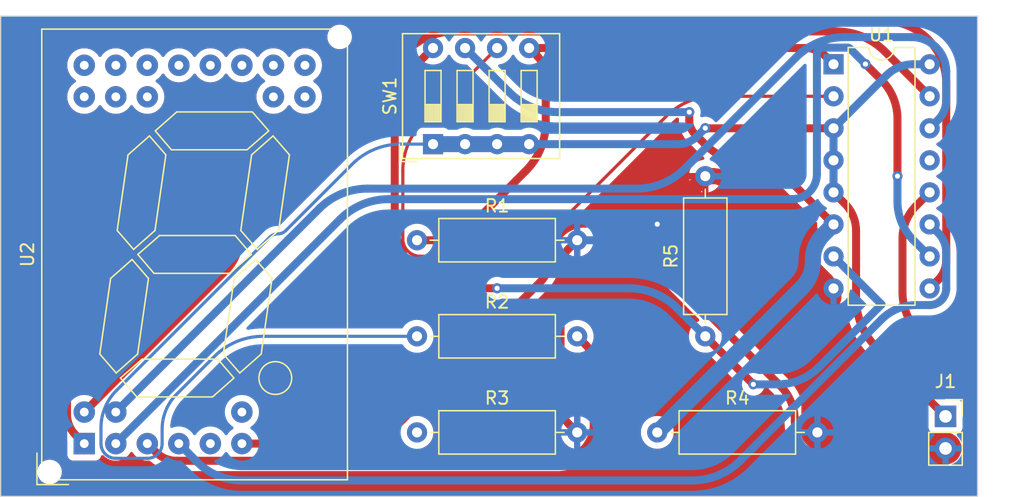
<source format=kicad_pcb>
(kicad_pcb (version 20221018) (generator pcbnew)
  (layers (0 "F.Cu" signal) (31 "B.Cu" signal) (34 "B.Paste" user) (35 "F.Paste" user) (36 "B.SilkS" user "B.Silkscreen") (37 "F.SilkS" user "F.Silkscreen") (38 "B.Mask" user) (39 "F.Mask" user) (44 "Edge.Cuts" user))
  (net 0 "")
  (net 1 "+5V")
  (net 2 "GND")
  (net 3 "Net-(U1-B)")
  (net 4 "Net-(R2-Pad2)")
  (net 5 "Net-(U1-C)")
  (net 6 "Net-(U1-D)")
  (net 7 "Net-(U1-A)")
  (net 8 "Net-(U1-e)")
  (net 9 "Net-(U1-d)")
  (net 10 "Net-(U1-c)")
  (net 11 "Net-(U1-b)")
  (net 12 "Net-(U1-a)")
  (net 13 "Net-(U1-g)")
  (net 14 "Net-(U1-f)")
  (footprint "Display_7Segment:AD-121F2" (layer "F.Cu") (at 108.2325 120.2675 90)
    (fp_text reference "U2" (at 15 -4.5 90) (layer "F.SilkS"))
    (fp_text value "D168K")
    (fp_line (start -3.25 -3.75) (end -0.75 -3.75) (stroke (width 0.12)) (layer "F.SilkS"))
    (fp_line (start -3.25 -1.25) (end -3.25 -3.75) (stroke (width 0.12)) (layer "F.SilkS"))
    (fp_line (start -2.87 20.87) (end -2.87 -2.05) (stroke (width 0.12)) (layer "F.SilkS"))
    (fp_line (start -1.55 -3.37) (end 32.87 -3.37) (stroke (width 0.12)) (layer "F.SilkS"))
    (fp_line (start 3.7 4.17) (end 5.2 2.87) (stroke (width 0.12)) (layer "F.SilkS"))
    (fp_line (start 3.7 10.17) (end 3.7 4.17) (stroke (width 0.12)) (layer "F.SilkS"))
    (fp_line (start 5.2 2.87) (end 5.2 2.87) (stroke (width 0.12)) (layer "F.SilkS"))
    (fp_line (start 5.2 2.87) (end 6.7 4.59) (stroke (width 0.12)) (layer "F.SilkS"))
    (fp_line (start 5.2 11.87) (end 3.7 10.17) (stroke (width 0.12)) (layer "F.SilkS"))
    (fp_line (start 5.6 2.53) (end 5.6 2.53) (stroke (width 0.12)) (layer "F.SilkS"))
    (fp_line (start 5.6 2.53) (end 7.1 4.23) (stroke (width 0.12)) (layer "F.SilkS"))
    (fp_line (start 5.6 12.33) (end 5.6 12.33) (stroke (width 0.12)) (layer "F.SilkS"))
    (fp_line (start 5.6 12.33) (end 7.1 14.03) (stroke (width 0.12)) (layer "F.SilkS"))
    (fp_line (start 6.7 4.59) (end 6.7 10.59) (stroke (width 0.12)) (layer "F.SilkS"))
    (fp_line (start 6.7 10.59) (end 5.2 11.87) (stroke (width 0.12)) (layer "F.SilkS"))
    (fp_line (start 7.1 1.23) (end 5.6 2.53) (stroke (width 0.12)) (layer "F.SilkS"))
    (fp_line (start 7.1 4.23) (end 13.1 5.09) (stroke (width 0.12)) (layer "F.SilkS"))
    (fp_line (start 7.1 11.03) (end 5.6 12.33) (stroke (width 0.12)) (layer "F.SilkS"))
    (fp_line (start 7.1 14.03) (end 13.1 14.89) (stroke (width 0.12)) (layer "F.SilkS"))
    (fp_line (start 13.1 2.09) (end 7.1 1.23) (stroke (width 0.12)) (layer "F.SilkS"))
    (fp_line (start 13.1 5.09) (end 14.6 3.79) (stroke (width 0.12)) (layer "F.SilkS"))
    (fp_line (start 13.1 11.89) (end 7.1 11.03) (stroke (width 0.12)) (layer "F.SilkS"))
    (fp_line (start 13.1 14.89) (end 14.6 13.59) (stroke (width 0.12)) (layer "F.SilkS"))
    (fp_line (start 13.5 5.53) (end 15 4.25) (stroke (width 0.12)) (layer "F.SilkS"))
    (fp_line (start 13.5 11.53) (end 13.5 5.53) (stroke (width 0.12)) (layer "F.SilkS"))
    (fp_line (start 14.6 3.79) (end 13.1 2.09) (stroke (width 0.12)) (layer "F.SilkS"))
    (fp_line (start 14.6 13.59) (end 13.1 11.89) (stroke (width 0.12)) (layer "F.SilkS"))
    (fp_line (start 15 4.25) (end 15 4.25) (stroke (width 0.12)) (layer "F.SilkS"))
    (fp_line (start 15 4.25) (end 16.5 5.97) (stroke (width 0.12)) (layer "F.SilkS"))
    (fp_line (start 15 13.25) (end 13.5 11.53) (stroke (width 0.12)) (layer "F.SilkS"))
    (fp_line (start 15.4 3.91) (end 15.4 3.91) (stroke (width 0.12)) (layer "F.SilkS"))
    (fp_line (start 15.4 3.91) (end 16.9 5.61) (stroke (width 0.12)) (layer "F.SilkS"))
    (fp_line (start 15.4 13.71) (end 15.4 13.71) (stroke (width 0.12)) (layer "F.SilkS"))
    (fp_line (start 15.4 13.71) (end 16.9 15.41) (stroke (width 0.12)) (layer "F.SilkS"))
    (fp_line (start 16.5 5.97) (end 16.5 11.97) (stroke (width 0.12)) (layer "F.SilkS"))
    (fp_line (start 16.5 11.97) (end 15 13.25) (stroke (width 0.12)) (layer "F.SilkS"))
    (fp_line (start 16.9 2.61) (end 15.4 3.91) (stroke (width 0.12)) (layer "F.SilkS"))
    (fp_line (start 16.9 5.61) (end 22.9 6.47) (stroke (width 0.12)) (layer "F.SilkS"))
    (fp_line (start 16.9 12.41) (end 15.4 13.71) (stroke (width 0.12)) (layer "F.SilkS"))
    (fp_line (start 16.9 15.41) (end 22.9 16.27) (stroke (width 0.12)) (layer "F.SilkS"))
    (fp_line (start 22.9 3.47) (end 16.9 2.61) (stroke (width 0.12)) (layer "F.SilkS"))
    (fp_line (start 22.9 6.47) (end 24.4 5.17) (stroke (width 0.12)) (layer "F.SilkS"))
    (fp_line (start 22.9 13.27) (end 16.9 12.41) (stroke (width 0.12)) (layer "F.SilkS"))
    (fp_line (start 22.9 16.27) (end 24.4 14.97) (stroke (width 0.12)) (layer "F.SilkS"))
    (fp_line (start 23.3 6.91) (end 24.8 5.63) (stroke (width 0.12)) (layer "F.SilkS"))
    (fp_line (start 23.3 12.91) (end 23.3 6.91) (stroke (width 0.12)) (layer "F.SilkS"))
    (fp_line (start 24.4 5.17) (end 22.9 3.47) (stroke (width 0.12)) (layer "F.SilkS"))
    (fp_line (start 24.4 14.97) (end 22.9 13.27) (stroke (width 0.12)) (layer "F.SilkS"))
    (fp_line (start 24.8 5.63) (end 24.8 5.63) (stroke (width 0.12)) (layer "F.SilkS"))
    (fp_line (start 24.8 5.63) (end 26.3 7.33) (stroke (width 0.12)) (layer "F.SilkS"))
    (fp_line (start 24.8 14.63) (end 23.3 12.91) (stroke (width 0.12)) (layer "F.SilkS"))
    (fp_line (start 26.3 7.33) (end 26.3 13.33) (stroke (width 0.12)) (layer "F.SilkS"))
    (fp_line (start 26.3 13.33) (end 24.8 14.63) (stroke (width 0.12)) (layer "F.SilkS"))
    (fp_line (start 31.55 20.87) (end -2.87 20.87) (stroke (width 0.12)) (layer "F.SilkS"))
    (fp_line (start 32.87 -3.37) (end 32.87 19.55) (stroke (width 0.12)) (layer "F.SilkS"))
    (fp_circle (center 5.2 15.15) (end 6.5 15.15) (stroke (width 0.12)) (fill none) (layer "F.SilkS"))
    (pad "" np_thru_hole circle (at -2.25 -2.75 90) (size 1.45 1.45) (drill 1.45) (layers "*.Cu" "*.Mask"))
    (pad "" np_thru_hole circle (at 32.25 20.25 90) (size 1.45 1.45) (drill 1.45) (layers "*.Cu" "*.Mask"))
    (pad "1" thru_hole rect (at 0 0 90) (size 1.7 1.7) (drill 0.7) (layers "*.Cu" "*.Mask") (net 8 "Net-(U1-e)"))
    (pad "2" thru_hole circle (at 0 2.5 90) (size 1.7 1.7) (drill 0.7) (layers "*.Cu" "*.Mask") (net 9 "Net-(U1-d)"))
    (pad "3" thru_hole circle (at 0 5 90) (size 1.7 1.7) (drill 0.7) (layers "*.Cu" "*.Mask") (net 4 "Net-(R2-Pad2)"))
    (pad "4" thru_hole circle (at 0 7.5 90) (size 1.7 1.7) (drill 0.7) (layers "*.Cu" "*.Mask") (net 10 "Net-(U1-c)"))
    (pad "5" thru_hole circle (at 0 10 90) (size 1.7 1.7) (drill 0.7) (layers "*.Cu" "*.Mask"))
    (pad "6" thru_hole circle (at 0 12.5 90) (size 1.7 1.7) (drill 0.7) (layers "*.Cu" "*.Mask") (net 11 "Net-(U1-b)"))
    (pad "9" thru_hole circle (at 2.5 0 90) (size 1.7 1.7) (drill 0.7) (layers "*.Cu" "*.Mask") (net 14 "Net-(U1-f)"))
    (pad "10" thru_hole circle (at 2.5 2.5 90) (size 1.7 1.7) (drill 0.7) (layers "*.Cu" "*.Mask") (net 13 "Net-(U1-g)"))
    (pad "11" thru_hole circle (at 2.5 12.5 90) (size 1.7 1.7) (drill 0.7) (layers "*.Cu" "*.Mask"))
    (pad "13" thru_hole circle (at 27.5 0 90) (size 1.7 1.7) (drill 0.7) (layers "*.Cu" "*.Mask"))
    (pad "14" thru_hole circle (at 27.5 2.5 90) (size 1.7 1.7) (drill 0.7) (layers "*.Cu" "*.Mask"))
    (pad "15" thru_hole circle (at 27.5 5 90) (size 1.7 1.7) (drill 0.7) (layers "*.Cu" "*.Mask"))
    (pad "16" thru_hole circle (at 27.5 15 90) (size 1.7 1.7) (drill 0.7) (layers "*.Cu" "*.Mask"))
    (pad "17" thru_hole circle (at 27.5 17.5 90) (size 1.7 1.7) (drill 0.7) (layers "*.Cu" "*.Mask"))
    (pad "18" thru_hole circle (at 30 0 90) (size 1.7 1.7) (drill 0.7) (layers "*.Cu" "*.Mask"))
    (pad "19" thru_hole circle (at 30 2.5 90) (size 1.7 1.7) (drill 0.7) (layers "*.Cu" "*.Mask"))
    (pad "20" thru_hole circle (at 30 5 90) (size 1.7 1.7) (drill 0.7) (layers "*.Cu" "*.Mask"))
    (pad "21" thru_hole circle (at 30 7.5 90) (size 1.7 1.7) (drill 0.7) (layers "*.Cu" "*.Mask"))
    (pad "22" thru_hole circle (at 30 10 90) (size 1.7 1.7) (drill 0.7) (layers "*.Cu" "*.Mask"))
    (pad "23" thru_hole circle (at 30 12.5 90) (size 1.7 1.7) (drill 0.7) (layers "*.Cu" "*.Mask"))
    (pad "24" thru_hole circle (at 30 15 90) (size 1.7 1.7) (drill 0.7) (layers "*.Cu" "*.Mask"))
    (pad "25" thru_hole circle (at 30 17.5 90) (size 1.7 1.7) (drill 0.7) (layers "*.Cu" "*.Mask"))
  )
  (footprint "Resistor_THT:R_Axial_DIN0309_L9.0mm_D3.2mm_P12.70mm_Horizontal" (layer "F.Cu") (at 157.48 111.76 90)
    (fp_text reference "R5" (at 6.35 -2.72 90) (layer "F.SilkS"))
    (fp_text value "R")
    (fp_line (start 1.04 0) (end 1.73 0) (stroke (width 0.12)) (layer "F.SilkS"))
    (fp_line (start 1.73 -1.72) (end 1.73 1.72) (stroke (width 0.12)) (layer "F.SilkS"))
    (fp_line (start 1.73 1.72) (end 10.97 1.72) (stroke (width 0.12)) (layer "F.SilkS"))
    (fp_line (start 10.97 -1.72) (end 1.73 -1.72) (stroke (width 0.12)) (layer "F.SilkS"))
    (fp_line (start 10.97 1.72) (end 10.97 -1.72) (stroke (width 0.12)) (layer "F.SilkS"))
    (fp_line (start 11.66 0) (end 10.97 0) (stroke (width 0.12)) (layer "F.SilkS"))
    (pad "1" thru_hole circle (at 0 0 90) (size 1.6 1.6) (drill 0.8) (layers "*.Cu" "*.Mask") (net 7 "Net-(U1-A)"))
    (pad "2" thru_hole oval (at 12.7 0 90) (size 1.6 1.6) (drill 0.8) (layers "*.Cu" "*.Mask") (net 2 "GND"))
  )
  (footprint "Package_DIP:DIP-16_W7.62mm" (layer "F.Cu") (at 167.65 90.185)
    (fp_text reference "U1" (at 3.81 -2.33) (layer "F.SilkS"))
    (fp_text value "74LS47")
    (fp_line (start 1.16 -1.33) (end 1.16 19.11) (stroke (width 0.12)) (layer "F.SilkS"))
    (fp_line (start 1.16 19.11) (end 6.46 19.11) (stroke (width 0.12)) (layer "F.SilkS"))
    (fp_line (start 2.81 -1.33) (end 1.16 -1.33) (stroke (width 0.12)) (layer "F.SilkS"))
    (fp_line (start 6.46 -1.33) (end 4.81 -1.33) (stroke (width 0.12)) (layer "F.SilkS"))
    (fp_line (start 6.46 19.11) (end 6.46 -1.33) (stroke (width 0.12)) (layer "F.SilkS"))
    (fp_arc (start 4.81 -1.33) (mid 3.81 -0.33) (end 2.81 -1.33) (stroke (width 0.12)) (layer "F.SilkS"))
    (pad "1" thru_hole rect (at 0 0) (size 1.6 1.6) (drill 0.8) (layers "*.Cu" "*.Mask") (net 3 "Net-(U1-B)"))
    (pad "2" thru_hole oval (at 0 2.54) (size 1.6 1.6) (drill 0.8) (layers "*.Cu" "*.Mask") (net 5 "Net-(U1-C)"))
    (pad "3" thru_hole oval (at 0 5.08) (size 1.6 1.6) (drill 0.8) (layers "*.Cu" "*.Mask") (net 1 "+5V"))
    (pad "4" thru_hole oval (at 0 7.62) (size 1.6 1.6) (drill 0.8) (layers "*.Cu" "*.Mask") (net 1 "+5V"))
    (pad "5" thru_hole oval (at 0 10.16) (size 1.6 1.6) (drill 0.8) (layers "*.Cu" "*.Mask") (net 1 "+5V"))
    (pad "6" thru_hole oval (at 0 12.7) (size 1.6 1.6) (drill 0.8) (layers "*.Cu" "*.Mask") (net 6 "Net-(U1-D)"))
    (pad "7" thru_hole oval (at 0 15.24) (size 1.6 1.6) (drill 0.8) (layers "*.Cu" "*.Mask") (net 7 "Net-(U1-A)"))
    (pad "8" thru_hole oval (at 0 17.78) (size 1.6 1.6) (drill 0.8) (layers "*.Cu" "*.Mask") (net 2 "GND"))
    (pad "9" thru_hole oval (at 7.62 17.78) (size 1.6 1.6) (drill 0.8) (layers "*.Cu" "*.Mask") (net 8 "Net-(U1-e)"))
    (pad "10" thru_hole oval (at 7.62 15.24) (size 1.6 1.6) (drill 0.8) (layers "*.Cu" "*.Mask") (net 9 "Net-(U1-d)"))
    (pad "11" thru_hole oval (at 7.62 12.7) (size 1.6 1.6) (drill 0.8) (layers "*.Cu" "*.Mask") (net 10 "Net-(U1-c)"))
    (pad "12" thru_hole oval (at 7.62 10.16) (size 1.6 1.6) (drill 0.8) (layers "*.Cu" "*.Mask") (net 11 "Net-(U1-b)"))
    (pad "13" thru_hole oval (at 7.62 7.62) (size 1.6 1.6) (drill 0.8) (layers "*.Cu" "*.Mask") (net 12 "Net-(U1-a)"))
    (pad "14" thru_hole oval (at 7.62 5.08) (size 1.6 1.6) (drill 0.8) (layers "*.Cu" "*.Mask") (net 13 "Net-(U1-g)"))
    (pad "15" thru_hole oval (at 7.62 2.54) (size 1.6 1.6) (drill 0.8) (layers "*.Cu" "*.Mask") (net 14 "Net-(U1-f)"))
    (pad "16" thru_hole oval (at 7.62 0) (size 1.6 1.6) (drill 0.8) (layers "*.Cu" "*.Mask") (net 1 "+5V"))
  )
  (footprint "Resistor_THT:R_Axial_DIN0309_L9.0mm_D3.2mm_P12.70mm_Horizontal" (layer "F.Cu") (at 134.62 104.14)
    (fp_text reference "R1" (at 6.35 -2.72) (layer "F.SilkS"))
    (fp_text value "R")
    (fp_line (start 1.04 0) (end 1.73 0) (stroke (width 0.12)) (layer "F.SilkS"))
    (fp_line (start 1.73 -1.72) (end 1.73 1.72) (stroke (width 0.12)) (layer "F.SilkS"))
    (fp_line (start 1.73 1.72) (end 10.97 1.72) (stroke (width 0.12)) (layer "F.SilkS"))
    (fp_line (start 10.97 -1.72) (end 1.73 -1.72) (stroke (width 0.12)) (layer "F.SilkS"))
    (fp_line (start 10.97 1.72) (end 10.97 -1.72) (stroke (width 0.12)) (layer "F.SilkS"))
    (fp_line (start 11.66 0) (end 10.97 0) (stroke (width 0.12)) (layer "F.SilkS"))
    (pad "1" thru_hole circle (at 0 0) (size 1.6 1.6) (drill 0.8) (layers "*.Cu" "*.Mask") (net 3 "Net-(U1-B)"))
    (pad "2" thru_hole oval (at 12.7 0) (size 1.6 1.6) (drill 0.8) (layers "*.Cu" "*.Mask") (net 2 "GND"))
  )
  (footprint "Button_Switch_THT:SW_DIP_SPSTx04_Slide_9.78x12.34mm_W7.62mm_P2.54mm" (layer "F.Cu") (at 135.89 96.52 90)
    (fp_text reference "SW1" (at 3.81 -3.42 90) (layer "F.SilkS"))
    (fp_text value "SW_DIP_x04")
    (fp_line (start -1.38 -2.66) (end -1.38 -1.277) (stroke (width 0.12)) (layer "F.SilkS"))
    (fp_line (start -1.38 -2.66) (end 0.004 -2.66) (stroke (width 0.12)) (layer "F.SilkS"))
    (fp_line (start -1.14 -2.42) (end -1.14 10.04) (stroke (width 0.12)) (layer "F.SilkS"))
    (fp_line (start -1.14 -2.42) (end 8.76 -2.42) (stroke (width 0.12)) (layer "F.SilkS"))
    (fp_line (start -1.14 10.04) (end 8.76 10.04) (stroke (width 0.12)) (layer "F.SilkS"))
    (fp_line (start 1.78 -0.635) (end 1.78 0.635) (stroke (width 0.12)) (layer "F.SilkS"))
    (fp_line (start 1.78 -0.515) (end 3.133333 -0.515) (stroke (width 0.12)) (layer "F.SilkS"))
    (fp_line (start 1.78 -0.395) (end 3.133333 -0.395) (stroke (width 0.12)) (layer "F.SilkS"))
    (fp_line (start 1.78 -0.275) (end 3.133333 -0.275) (stroke (width 0.12)) (layer "F.SilkS"))
    (fp_line (start 1.78 -0.155) (end 3.133333 -0.155) (stroke (width 0.12)) (layer "F.SilkS"))
    (fp_line (start 1.78 -0.035) (end 3.133333 -0.035) (stroke (width 0.12)) (layer "F.SilkS"))
    (fp_line (start 1.78 0.085) (end 3.133333 0.085) (stroke (width 0.12)) (layer "F.SilkS"))
    (fp_line (start 1.78 0.205) (end 3.133333 0.205) (stroke (width 0.12)) (layer "F.SilkS"))
    (fp_line (start 1.78 0.325) (end 3.133333 0.325) (stroke (width 0.12)) (layer "F.SilkS"))
    (fp_line (start 1.78 0.445) (end 3.133333 0.445) (stroke (width 0.12)) (layer "F.SilkS"))
    (fp_line (start 1.78 0.565) (end 3.133333 0.565) (stroke (width 0.12)) (layer "F.SilkS"))
    (fp_line (start 1.78 0.635) (end 5.84 0.635) (stroke (width 0.12)) (layer "F.SilkS"))
    (fp_line (start 1.78 1.905) (end 1.78 3.175) (stroke (width 0.12)) (layer "F.SilkS"))
    (fp_line (start 1.78 2.025) (end 3.133333 2.025) (stroke (width 0.12)) (layer "F.SilkS"))
    (fp_line (start 1.78 2.145) (end 3.133333 2.145) (stroke (width 0.12)) (layer "F.SilkS"))
    (fp_line (start 1.78 2.265) (end 3.133333 2.265) (stroke (width 0.12)) (layer "F.SilkS"))
    (fp_line (start 1.78 2.385) (end 3.133333 2.385) (stroke (width 0.12)) (layer "F.SilkS"))
    (fp_line (start 1.78 2.505) (end 3.133333 2.505) (stroke (width 0.12)) (layer "F.SilkS"))
    (fp_line (start 1.78 2.625) (end 3.133333 2.625) (stroke (width 0.12)) (layer "F.SilkS"))
    (fp_line (start 1.78 2.745) (end 3.133333 2.745) (stroke (width 0.12)) (layer "F.SilkS"))
    (fp_line (start 1.78 2.865) (end 3.133333 2.865) (stroke (width 0.12)) (layer "F.SilkS"))
    (fp_line (start 1.78 2.985) (end 3.133333 2.985) (stroke (width 0.12)) (layer "F.SilkS"))
    (fp_line (start 1.78 3.105) (end 3.133333 3.105) (stroke (width 0.12)) (layer "F.SilkS"))
    (fp_line (start 1.78 3.175) (end 5.84 3.175) (stroke (width 0.12)) (layer "F.SilkS"))
    (fp_line (start 1.78 4.445) (end 1.78 5.715) (stroke (width 0.12)) (layer "F.SilkS"))
    (fp_line (start 1.78 4.565) (end 3.133333 4.565) (stroke (width 0.12)) (layer "F.SilkS"))
    (fp_line (start 1.78 4.685) (end 3.133333 4.685) (stroke (width 0.12)) (layer "F.SilkS"))
    (fp_line (start 1.78 4.805) (end 3.133333 4.805) (stroke (width 0.12)) (layer "F.SilkS"))
    (fp_line (start 1.78 4.925) (end 3.133333 4.925) (stroke (width 0.12)) (layer "F.SilkS"))
    (fp_line (start 1.78 5.045) (end 3.133333 5.045) (stroke (width 0.12)) (layer "F.SilkS"))
    (fp_line (start 1.78 5.165) (end 3.133333 5.165) (stroke (width 0.12)) (layer "F.SilkS"))
    (fp_line (start 1.78 5.285) (end 3.133333 5.285) (stroke (width 0.12)) (layer "F.SilkS"))
    (fp_line (start 1.78 5.405) (end 3.133333 5.405) (stroke (width 0.12)) (layer "F.SilkS"))
    (fp_line (start 1.78 5.525) (end 3.133333 5.525) (stroke (width 0.12)) (layer "F.SilkS"))
    (fp_line (start 1.78 5.645) (end 3.133333 5.645) (stroke (width 0.12)) (layer "F.SilkS"))
    (fp_line (start 1.78 5.715) (end 5.84 5.715) (stroke (width 0.12)) (layer "F.SilkS"))
    (fp_line (start 1.78 6.985) (end 1.78 8.255) (stroke (width 0.12)) (layer "F.SilkS"))
    (fp_line (start 1.78 7.105) (end 3.133333 7.105) (stroke (width 0.12)) (layer "F.SilkS"))
    (fp_line (start 1.78 7.225) (end 3.133333 7.225) (stroke (width 0.12)) (layer "F.SilkS"))
    (fp_line (start 1.78 7.345) (end 3.133333 7.345) (stroke (width 0.12)) (layer "F.SilkS"))
    (fp_line (start 1.78 7.465) (end 3.133333 7.465) (stroke (width 0.12)) (layer "F.SilkS"))
    (fp_line (start 1.78 7.585) (end 3.133333 7.585) (stroke (width 0.12)) (layer "F.SilkS"))
    (fp_line (start 1.78 7.705) (end 3.133333 7.705) (stroke (width 0.12)) (layer "F.SilkS"))
    (fp_line (start 1.78 7.825) (end 3.133333 7.825) (stroke (width 0.12)) (layer "F.SilkS"))
    (fp_line (start 1.78 7.945) (end 3.133333 7.945) (stroke (width 0.12)) (layer "F.SilkS"))
    (fp_line (start 1.78 8.065) (end 3.133333 8.065) (stroke (width 0.12)) (layer "F.SilkS"))
    (fp_line (start 1.78 8.185) (end 3.133333 8.185) (stroke (width 0.12)) (layer "F.SilkS"))
    (fp_line (start 1.78 8.255) (end 5.84 8.255) (stroke (width 0.12)) (layer "F.SilkS"))
    (fp_line (start 3.133333 -0.635) (end 3.133333 0.635) (stroke (width 0.12)) (layer "F.SilkS"))
    (fp_line (start 3.133333 1.905) (end 3.133333 3.175) (stroke (width 0.12)) (layer "F.SilkS"))
    (fp_line (start 3.133333 4.445) (end 3.133333 5.715) (stroke (width 0.12)) (layer "F.SilkS"))
    (fp_line (start 3.133333 6.985) (end 3.133333 8.255) (stroke (width 0.12)) (layer "F.SilkS"))
    (fp_line (start 5.84 -0.635) (end 1.78 -0.635) (stroke (width 0.12)) (layer "F.SilkS"))
    (fp_line (start 5.84 0.635) (end 5.84 -0.635) (stroke (width 0.12)) (layer "F.SilkS"))
    (fp_line (start 5.84 1.905) (end 1.78 1.905) (stroke (width 0.12)) (layer "F.SilkS"))
    (fp_line (start 5.84 3.175) (end 5.84 1.905) (stroke (width 0.12)) (layer "F.SilkS"))
    (fp_line (start 5.84 4.445) (end 1.78 4.445) (stroke (width 0.12)) (layer "F.SilkS"))
    (fp_line (start 5.84 5.715) (end 5.84 4.445) (stroke (width 0.12)) (layer "F.SilkS"))
    (fp_line (start 5.84 6.985) (end 1.78 6.985) (stroke (width 0.12)) (layer "F.SilkS"))
    (fp_line (start 5.84 8.255) (end 5.84 6.985) (stroke (width 0.12)) (layer "F.SilkS"))
    (fp_line (start 8.76 -2.42) (end 8.76 10.04) (stroke (width 0.12)) (layer "F.SilkS"))
    (pad "1" thru_hole rect (at 0 0 90) (size 1.6 1.6) (drill 0.8) (layers "*.Cu" "*.Mask") (net 1 "+5V"))
    (pad "2" thru_hole oval (at 0 2.54 90) (size 1.6 1.6) (drill 0.8) (layers "*.Cu" "*.Mask") (net 1 "+5V"))
    (pad "3" thru_hole oval (at 0 5.08 90) (size 1.6 1.6) (drill 0.8) (layers "*.Cu" "*.Mask") (net 1 "+5V"))
    (pad "4" thru_hole oval (at 0 7.62 90) (size 1.6 1.6) (drill 0.8) (layers "*.Cu" "*.Mask") (net 1 "+5V"))
    (pad "5" thru_hole oval (at 7.62 7.62 90) (size 1.6 1.6) (drill 0.8) (layers "*.Cu" "*.Mask") (net 3 "Net-(U1-B)"))
    (pad "6" thru_hole oval (at 7.62 5.08 90) (size 1.6 1.6) (drill 0.8) (layers "*.Cu" "*.Mask") (net 5 "Net-(U1-C)"))
    (pad "7" thru_hole oval (at 7.62 2.54 90) (size 1.6 1.6) (drill 0.8) (layers "*.Cu" "*.Mask") (net 6 "Net-(U1-D)"))
    (pad "8" thru_hole oval (at 7.62 0 90) (size 1.6 1.6) (drill 0.8) (layers "*.Cu" "*.Mask") (net 7 "Net-(U1-A)"))
  )
  (footprint "Resistor_THT:R_Axial_DIN0309_L9.0mm_D3.2mm_P12.70mm_Horizontal" (layer "F.Cu") (at 134.62 119.38)
    (fp_text reference "R3" (at 6.35 -2.72) (layer "F.SilkS"))
    (fp_text value "R")
    (fp_line (start 1.04 0) (end 1.73 0) (stroke (width 0.12)) (layer "F.SilkS"))
    (fp_line (start 1.73 -1.72) (end 1.73 1.72) (stroke (width 0.12)) (layer "F.SilkS"))
    (fp_line (start 1.73 1.72) (end 10.97 1.72) (stroke (width 0.12)) (layer "F.SilkS"))
    (fp_line (start 10.97 -1.72) (end 1.73 -1.72) (stroke (width 0.12)) (layer "F.SilkS"))
    (fp_line (start 10.97 1.72) (end 10.97 -1.72) (stroke (width 0.12)) (layer "F.SilkS"))
    (fp_line (start 11.66 0) (end 10.97 0) (stroke (width 0.12)) (layer "F.SilkS"))
    (pad "1" thru_hole circle (at 0 0) (size 1.6 1.6) (drill 0.8) (layers "*.Cu" "*.Mask") (net 5 "Net-(U1-C)"))
    (pad "2" thru_hole oval (at 12.7 0) (size 1.6 1.6) (drill 0.8) (layers "*.Cu" "*.Mask") (net 2 "GND"))
  )
  (footprint "Resistor_THT:R_Axial_DIN0309_L9.0mm_D3.2mm_P12.70mm_Horizontal" (layer "F.Cu") (at 153.67 119.38)
    (fp_text reference "R4" (at 6.35 -2.72) (layer "F.SilkS"))
    (fp_text value "R")
    (fp_line (start 1.04 0) (end 1.73 0) (stroke (width 0.12)) (layer "F.SilkS"))
    (fp_line (start 1.73 -1.72) (end 1.73 1.72) (stroke (width 0.12)) (layer "F.SilkS"))
    (fp_line (start 1.73 1.72) (end 10.97 1.72) (stroke (width 0.12)) (layer "F.SilkS"))
    (fp_line (start 10.97 -1.72) (end 1.73 -1.72) (stroke (width 0.12)) (layer "F.SilkS"))
    (fp_line (start 10.97 1.72) (end 10.97 -1.72) (stroke (width 0.12)) (layer "F.SilkS"))
    (fp_line (start 11.66 0) (end 10.97 0) (stroke (width 0.12)) (layer "F.SilkS"))
    (pad "1" thru_hole circle (at 0 0) (size 1.6 1.6) (drill 0.8) (layers "*.Cu" "*.Mask") (net 6 "Net-(U1-D)"))
    (pad "2" thru_hole oval (at 12.7 0) (size 1.6 1.6) (drill 0.8) (layers "*.Cu" "*.Mask") (net 2 "GND"))
  )
  (footprint "Connector_PinSocket_2.54mm:PinSocket_1x02_P2.54mm_Vertical" (layer "F.Cu") (at 176.53 118.11)
    (fp_text reference "J1" (at 0 -2.77) (layer "F.SilkS"))
    (fp_text value "Conn_01x02_Pin")
    (fp_line (start -1.33 1.27) (end -1.33 3.87) (stroke (width 0.12)) (layer "F.SilkS"))
    (fp_line (start -1.33 1.27) (end 1.33 1.27) (stroke (width 0.12)) (layer "F.SilkS"))
    (fp_line (start -1.33 3.87) (end 1.33 3.87) (stroke (width 0.12)) (layer "F.SilkS"))
    (fp_line (start 0 -1.33) (end 1.33 -1.33) (stroke (width 0.12)) (layer "F.SilkS"))
    (fp_line (start 1.33 -1.33) (end 1.33 0) (stroke (width 0.12)) (layer "F.SilkS"))
    (fp_line (start 1.33 1.27) (end 1.33 3.87) (stroke (width 0.12)) (layer "F.SilkS"))
    (pad "1" thru_hole rect (at 0 0) (size 1.7 1.7) (drill 1) (layers "*.Cu" "*.Mask") (net 1 "+5V"))
    (pad "2" thru_hole oval (at 0 2.54) (size 1.7 1.7) (drill 1) (layers "*.Cu" "*.Mask") (net 2 "GND"))
  )
  (footprint "Resistor_THT:R_Axial_DIN0309_L9.0mm_D3.2mm_P12.70mm_Horizontal" (layer "F.Cu") (at 134.62 111.76)
    (fp_text reference "R2" (at 6.35 -2.72) (layer "F.SilkS"))
    (fp_text value "R")
    (fp_line (start 1.04 0) (end 1.73 0) (stroke (width 0.12)) (layer "F.SilkS"))
    (fp_line (start 1.73 -1.72) (end 1.73 1.72) (stroke (width 0.12)) (layer "F.SilkS"))
    (fp_line (start 1.73 1.72) (end 10.97 1.72) (stroke (width 0.12)) (layer "F.SilkS"))
    (fp_line (start 10.97 -1.72) (end 1.73 -1.72) (stroke (width 0.12)) (layer "F.SilkS"))
    (fp_line (start 10.97 1.72) (end 10.97 -1.72) (stroke (width 0.12)) (layer "F.SilkS"))
    (fp_line (start 11.66 0) (end 10.97 0) (stroke (width 0.12)) (layer "F.SilkS"))
    (pad "1" thru_hole circle (at 0 0) (size 1.6 1.6) (drill 0.8) (layers "*.Cu" "*.Mask") (net 1 "+5V"))
    (pad "2" thru_hole oval (at 12.7 0) (size 1.6 1.6) (drill 0.8) (layers "*.Cu" "*.Mask") (net 4 "Net-(R2-Pad2)"))
  )
  (gr_rect (start 101.6 86.36) (end 179.07 124.46) (stroke (width 0.1)) (fill none) (layer "Edge.Cuts"))
  (segment (start 157.4875 95.2575) (end 157.48 95.25) (width 0.635) (layer "F.Cu") (net 1))
  (segment (start 169.4375 103.396453) (end 169.4375 108.763536) (width 0.635) (layer "F.Cu") (net 1))
  (segment (start 171.031292 112.611292) (end 176.53 118.11) (width 0.635) (layer "F.Cu") (net 1))
  (segment (start 168.54375 101.23875) (end 167.65 100.345) (width 0.635) (layer "F.Cu") (net 1))
  (segment (start 157.505606 95.265) (end 167.65 95.265) (width 0.635) (layer "F.Cu") (net 1))
  (via (at 157.48 95.25) (size 0.8) (drill 0.4) (layers "F.Cu" "B.Cu") (net 1))
  (arc (start 168.54375 101.23875) (mid 169.205221 102.228712) (end 169.4375 103.396453) (width 0.635) (layer "F.Cu") (net 1))
  (arc (start 169.4375 108.763536) (mid 169.851713 110.845926) (end 171.031292 112.611292) (width 0.635) (layer "F.Cu") (net 1))
  (arc (start 157.4875 95.2575) (mid 157.495807 95.26305) (end 157.505606 95.265) (width 0.635) (layer "F.Cu") (net 1))
  (segment (start 171.831974 91.083025) (end 167.65 95.265) (width 0.635) (layer "B.Cu") (net 1))
  (segment (start 174 90.185) (end 175.27 90.185) (width 0.635) (layer "B.Cu") (net 1))
  (segment (start 135.89 96.52) (end 143.51 96.52) (width 1.27) (layer "B.Cu") (net 1))
  (segment (start 135.89 96.52) (end 133.325331 96.52) (width 0.25) (layer "B.Cu") (net 1))
  (segment (start 113.237636 121.437844) (end 110.727363 121.437844) (width 0.25) (layer "B.Cu") (net 1))
  (segment (start 157.48 95.25) (end 156.845 95.885) (width 0.635) (layer "B.Cu") (net 1))
  (segment (start 124.221351 103.370016) (end 129.477575 98.113792) (width 0.25) (layer "B.Cu") (net 1))
  (segment (start 155.311974 96.52) (end 143.51 96.52) (width 0.635) (layer "B.Cu") (net 1))
  (segment (start 109.5575 119.0175) (end 109.5575 120.26798) (width 0.25) (layer "B.Cu") (net 1))
  (segment (start 167.65 97.805) (end 167.65 100.345) (width 0.635) (layer "B.Cu") (net 1))
  (segment (start 167.65 97.805) (end 167.65 95.265) (width 0.635) (layer "B.Cu") (net 1))
  (segment (start 118.554839 113.353792) (end 115.557051 116.35158) (width 0.25) (layer "B.Cu") (net 1))
  (segment (start 122.938594 103.901351) (end 110.784368 116.055577) (width 0.25) (layer "B.Cu") (net 1))
  (segment (start 114.4075 119.126843) (end 114.4075 120.26798) (width 0.25) (layer "B.Cu") (net 1))
  (segment (start 122.402595 111.76) (end 134.62 111.76) (width 0.25) (layer "B.Cu") (net 1))
  (arc (start 122.402595 111.76) (mid 120.320204 112.174213) (end 118.554839 113.353792) (width 0.25) (layer "B.Cu") (net 1))
  (arc (start 123.579973 103.635684) (mid 123.232861 103.704728) (end 122.938594 103.901351) (width 0.25) (layer "B.Cu") (net 1))
  (arc (start 115.557051 116.35158) (mid 114.706258 117.624881) (end 114.4075 119.126843) (width 0.25) (layer "B.Cu") (net 1))
  (arc (start 133.325331 96.52) (mid 131.24294 96.934213) (end 129.477575 98.113792) (width 0.25) (layer "B.Cu") (net 1))
  (arc (start 110.784368 116.055577) (mid 109.876352 117.414518) (end 109.5575 119.0175) (width 0.25) (layer "B.Cu") (net 1))
  (arc (start 109.900145 121.095199) (mid 110.279675 121.348793) (end 110.727363 121.437844) (width 0.25) (layer "B.Cu") (net 1))
  (arc (start 109.5575 120.26798) (mid 109.64655 120.715667) (end 109.900145 121.095199) (width 0.25) (layer "B.Cu") (net 1))
  (arc (start 174 90.185) (mid 172.826672 90.418389) (end 171.831974 91.083025) (width 0.635) (layer "B.Cu") (net 1))
  (arc (start 124.221351 103.370016) (mid 123.927084 103.566639) (end 123.579973 103.635684) (width 0.25) (layer "B.Cu") (net 1))
  (arc (start 156.845 95.885) (mid 156.141641 96.354968) (end 155.311974 96.52) (width 0.635) (layer "B.Cu") (net 1))
  (arc (start 114.064855 121.095199) (mid 113.685323 121.348793) (end 113.237636 121.437844) (width 0.25) (layer "B.Cu") (net 1))
  (arc (start 114.4075 120.26798) (mid 114.318449 120.715667) (end 114.064855 121.095199) (width 0.25) (layer "B.Cu") (net 1))
  (segment (start 166.37 119.38) (end 166.37 110.150096) (width 2.54) (layer "F.Cu") (net 2))
  (segment (start 153.67 102.87) (end 157.032754 99.507245) (width 1.27) (layer "F.Cu") (net 2))
  (segment (start 167.005 120.015) (end 166.37 119.38) (width 2.54) (layer "F.Cu") (net 2))
  (segment (start 167.01 107.325) (end 159.192245 99.507245) (width 1.27) (layer "F.Cu") (net 2))
  (segment (start 168.538025 120.65) (end 176.53 120.65) (width 2.54) (layer "F.Cu") (net 2))
  (segment (start 146.0025 106.389113) (end 146.0025 117.130886) (width 0.635) (layer "F.Cu") (net 2))
  (segment (start 146.66125 104.79875) (end 147.32 104.14) (width 0.635) (layer "F.Cu") (net 2))
  (segment (start 146.66125 118.72125) (end 147.32 119.38) (width 0.635) (layer "F.Cu") (net 2))
  (via (at 153.67 102.87) (size 0.8) (drill 0.4) (layers "F.Cu" "B.Cu") (net 2))
  (arc (start 167.01 108.605) (mid 166.53633 109.313896) (end 166.37 110.150096) (width 2.54) (layer "F.Cu") (net 2))
  (arc (start 167.01 107.325) (mid 167.275096 107.965) (end 167.01 108.605) (width 1.27) (layer "F.Cu") (net 2))
  (arc (start 158.1125 99.06) (mid 157.528145 99.176235) (end 157.032754 99.507245) (width 1.27) (layer "F.Cu") (net 2))
  (arc (start 146.66125 104.79875) (mid 146.173703 105.528414) (end 146.0025 106.389113) (width 0.635) (layer "F.Cu") (net 2))
  (arc (start 146.0025 117.130886) (mid 146.173703 117.991584) (end 146.66125 118.72125) (width 0.635) (layer "F.Cu") (net 2))
  (arc (start 159.192245 99.507245) (mid 158.696853 99.176235) (end 158.1125 99.06) (width 1.27) (layer "F.Cu") (net 2))
  (arc (start 167.005 120.015) (mid 167.708357 120.484968) (end 168.538025 120.65) (width 2.54) (layer "F.Cu") (net 2))
  (segment (start 151.501974 104.14) (end 147.32 104.14) (width 0.635) (layer "B.Cu") (net 2))
  (segment (start 153.67 102.87) (end 153.035 103.505) (width 0.635) (layer "B.Cu") (net 2))
  (arc (start 153.035 103.505) (mid 152.331641 103.974968) (end 151.501974 104.14) (width 0.635) (layer "B.Cu") (net 2))
  (segment (start 143.233707 98.652406) (end 138.851362 103.034751) (width 0.635) (layer "F.Cu") (net 3))
  (segment (start 167.0075 89.5425) (end 167.65 90.185) (width 0.635) (layer "F.Cu") (net 3))
  (segment (start 144.441613 88.9) (end 165.456367 88.9) (width 0.635) (layer "F.Cu") (net 3))
  (segment (start 144.8275 94.80465) (end 144.8275 91.149113) (width 0.635) (layer "F.Cu") (net 3))
  (segment (start 136.183057 104.14) (end 134.62 104.14) (width 0.635) (layer "F.Cu") (net 3))
  (arc (start 144.441613 88.9) (mid 144.0851 89.138214) (end 144.16875 89.55875) (width 0.635) (layer "F.Cu") (net 3))
  (arc (start 138.851362 103.034751) (mid 137.627133 103.852755) (end 136.183057 104.14) (width 0.635) (layer "F.Cu") (net 3))
  (arc (start 167.0075 89.5425) (mid 166.295834 89.06698) (end 165.456367 88.9) (width 0.635) (layer "F.Cu") (net 3))
  (arc (start 144.16875 89.55875) (mid 144.656296 90.288414) (end 144.8275 91.149113) (width 0.635) (layer "F.Cu") (net 3))
  (arc (start 144.8275 94.80465) (mid 144.413286 96.88704) (end 143.233707 98.652406) (width 0.635) (layer "F.Cu") (net 3))
  (segment (start 113.913922 120.948922) (end 113.2325 120.2675) (width 0.635) (layer "F.Cu") (net 4))
  (segment (start 115.55902 121.630344) (end 145.715394 121.630344) (width 0.635) (layer "F.Cu") (net 4))
  (segment (start 147.97875 112.41875) (end 147.32 111.76) (width 0.635) (layer "F.Cu") (net 4))
  (segment (start 148.6375 118.708238) (end 148.6375 114.009113) (width 0.635) (layer "F.Cu") (net 4))
  (arc (start 113.913922 120.948922) (mid 114.668699 121.453248) (end 115.55902 121.630344) (width 0.635) (layer "F.Cu") (net 4))
  (arc (start 148.6375 118.708238) (mid 148.415067 119.826479) (end 147.781635 120.774479) (width 0.635) (layer "F.Cu") (net 4))
  (arc (start 147.97875 112.41875) (mid 148.466296 113.148414) (end 148.6375 114.009113) (width 0.635) (layer "F.Cu") (net 4))
  (arc (start 147.781635 120.774479) (mid 146.833635 121.407911) (end 145.715394 121.630344) (width 0.635) (layer "F.Cu") (net 4))
  (segment (start 133.495 98.628963) (end 133.495 104.025328) (width 0.25) (layer "F.Cu") (net 5))
  (segment (start 154.376461 94.318792) (end 144.879046 103.816207) (width 0.25) (layer "F.Cu") (net 5))
  (segment (start 141.03129 105.41) (end 134.879671 105.41) (width 0.25) (layer "F.Cu") (net 5))
  (segment (start 158.224217 92.725) (end 167.65 92.725) (width 0.25) (layer "F.Cu") (net 5))
  (segment (start 135.088792 94.781207) (end 140.97 88.9) (width 0.25) (layer "F.Cu") (net 5))
  (arc (start 144.879046 103.816207) (mid 143.11368 104.995786) (end 141.03129 105.41) (width 0.25) (layer "F.Cu") (net 5))
  (arc (start 133.900561 105.004439) (mid 134.34978 105.304598) (end 134.879671 105.41) (width 0.25) (layer "F.Cu") (net 5))
  (arc (start 158.224217 92.725) (mid 156.141826 93.139213) (end 154.376461 94.318792) (width 0.25) (layer "F.Cu") (net 5))
  (arc (start 133.495 104.025328) (mid 133.600401 104.555219) (end 133.900561 105.004439) (width 0.25) (layer "F.Cu") (net 5))
  (arc (start 135.088792 94.781207) (mid 133.909213 96.546572) (end 133.495 98.628963) (width 0.25) (layer "F.Cu") (net 5))
  (segment (start 156.21 93.98) (end 156.21 94.62877) (width 0.635) (layer "F.Cu") (net 6))
  (segment (start 157.524979 96.59252) (end 156.66875 95.736291) (width 0.635) (layer "F.Cu") (net 6))
  (segment (start 167.65 102.8825) (end 167.65 102.885) (width 0.635) (layer "F.Cu") (net 6))
  (segment (start 167.648232 102.878232) (end 164.034275 99.264275) (width 0.635) (layer "F.Cu") (net 6))
  (segment (start 160.69962 97.9075) (end 160.758729 97.9075) (width 0.635) (layer "F.Cu") (net 6))
  (via (at 156.21 93.98) (size 0.8) (drill 0.4) (layers "F.Cu" "B.Cu") (net 6))
  (arc (start 156.21 94.62877) (mid 156.329225 95.228156) (end 156.66875 95.736291) (width 0.635) (layer "F.Cu") (net 6))
  (arc (start 157.524979 96.59252) (mid 158.981516 97.565747) (end 160.69962 97.9075) (width 0.635) (layer "F.Cu") (net 6))
  (arc (start 167.648232 102.878232) (mid 167.64954 102.88019) (end 167.65 102.8825) (width 0.635) (layer "F.Cu") (net 6))
  (arc (start 164.034275 99.264275) (mid 162.531441 98.260114) (end 160.758729 97.9075) (width 0.635) (layer "F.Cu") (net 6))
  (segment (start 141.916207 92.386207) (end 138.43 88.9) (width 0.635) (layer "B.Cu") (net 6))
  (segment (start 166.8325 103.7025) (end 167.65 102.885) (width 1.27) (layer "B.Cu") (net 6))
  (segment (start 156.21 93.98) (end 145.763963 93.98) (width 0.635) (layer "B.Cu") (net 6))
  (segment (start 165.125813 107.924186) (end 153.67 119.38) (width 1.27) (layer "B.Cu") (net 6))
  (segment (start 166.015 105.676119) (end 166.015 105.7775) (width 1.27) (layer "B.Cu") (net 6))
  (arc (start 166.015 105.7775) (mid 165.783907 106.939278) (end 165.125813 107.924186) (width 1.27) (layer "B.Cu") (net 6))
  (arc (start 166.8325 103.7025) (mid 166.227461 104.608004) (end 166.015 105.676119) (width 1.27) (layer "B.Cu") (net 6))
  (arc (start 141.916207 92.386207) (mid 143.681572 93.565786) (end 145.763963 93.98) (width 0.635) (layer "B.Cu") (net 6))
  (segment (start 161.29 115.57) (end 157.48 111.76) (width 0.635) (layer "F.Cu") (net 7))
  (segment (start 134.37125 90.41875) (end 135.89 88.9) (width 0.635) (layer "F.Cu") (net 7))
  (segment (start 138.118907 107.95) (end 140.97 107.95) (width 0.635) (layer "F.Cu") (net 7))
  (segment (start 132.8525 94.085336) (end 132.8525 102.683592) (width 0.635) (layer "F.Cu") (net 7))
  (via (at 161.29 115.57) (size 0.8) (drill 0.4) (layers "F.Cu" "B.Cu") (net 7))
  (via (at 140.97 107.95) (size 0.8) (drill 0.4) (layers "F.Cu" "B.Cu") (net 7))
  (arc (start 134.394995 106.407505) (mid 136.10354 107.549118) (end 138.118907 107.95) (width 0.635) (layer "F.Cu") (net 7))
  (arc (start 132.8525 102.683592) (mid 133.253381 104.698959) (end 134.394995 106.407505) (width 0.635) (layer "F.Cu") (net 7))
  (arc (start 134.37125 90.41875) (mid 133.24721 92.100994) (end 132.8525 94.085336) (width 0.635) (layer "F.Cu") (net 7))
  (segment (start 171.442928 109.217928) (end 167.65 105.425) (width 0.635) (layer "B.Cu") (net 7))
  (segment (start 166.480877 114.214122) (end 171.442928 109.252071) (width 0.635) (layer "B.Cu") (net 7))
  (segment (start 163.2075 115.57) (end 161.29 115.57) (width 0.635) (layer "B.Cu") (net 7))
  (segment (start 155.263792 109.543792) (end 157.48 111.76) (width 0.635) (layer "B.Cu") (net 7))
  (segment (start 151.416036 107.95) (end 140.97 107.95) (width 0.635) (layer "B.Cu") (net 7))
  (arc (start 166.480877 114.214122) (mid 164.979038 115.217618) (end 163.2075 115.57) (width 0.635) (layer "B.Cu") (net 7))
  (arc (start 155.263792 109.543792) (mid 153.498426 108.364213) (end 151.416036 107.95) (width 0.635) (layer "B.Cu") (net 7))
  (arc (start 171.45 109.235) (mid 171.448162 109.244238) (end 171.442928 109.252071) (width 0.635) (layer "B.Cu") (net 7))
  (arc (start 171.442928 109.217928) (mid 171.448162 109.22576) (end 171.45 109.235) (width 0.635) (layer "B.Cu") (net 7))
  (segment (start 175.92875 107.30625) (end 175.27 107.965) (width 0.635) (layer "F.Cu") (net 8))
  (segment (start 106.865 117.933031) (end 106.865 116.894009) (width 0.635) (layer "F.Cu") (net 8))
  (segment (start 171.638792 86.7475) (end 137.259481 86.7475) (width 0.635) (layer "F.Cu") (net 8))
  (segment (start 108.283449 113.469568) (end 133.411725 88.341292) (width 0.635) (layer "F.Cu") (net 8))
  (segment (start 107.54875 119.58375) (end 108.2325 120.2675) (width 0.635) (layer "F.Cu") (net 8))
  (segment (start 176.5875 105.715886) (end 176.5875 91.696207) (width 0.635) (layer "F.Cu") (net 8))
  (arc (start 176.5875 105.715886) (mid 176.416296 106.576584) (end 175.92875 107.30625) (width 0.635) (layer "F.Cu") (net 8))
  (arc (start 106.865 117.933031) (mid 107.0427 118.826393) (end 107.54875 119.58375) (width 0.635) (layer "F.Cu") (net 8))
  (arc (start 108.283449 113.469568) (mid 107.233642 115.040714) (end 106.865 116.894009) (width 0.635) (layer "F.Cu") (net 8))
  (arc (start 175.138057 88.196943) (mid 173.53258 87.124197) (end 171.638792 86.7475) (width 0.635) (layer "F.Cu") (net 8))
  (arc (start 137.259481 86.7475) (mid 135.17709 87.161713) (end 133.411725 88.341292) (width 0.635) (layer "F.Cu") (net 8))
  (arc (start 175.138057 88.196943) (mid 176.210802 89.802419) (end 176.5875 91.696207) (width 0.635) (layer "F.Cu") (net 8))
  (segment (start 172.72 99.06) (end 172.72 94.506051) (width 0.635) (layer "F.Cu") (net 9))
  (segment (start 170.18 90.17) (end 171.45 91.44) (width 0.635) (layer "F.Cu") (net 9))
  (via (at 170.18 90.17) (size 0.8) (drill 0.4) (layers "F.Cu" "B.Cu") (net 9))
  (via (at 170.18 90.17) (size 0.8) (drill 0.4) (layers "F.Cu" "B.Cu") (net 9))
  (via (at 172.72 99.06) (size 0.8) (drill 0.4) (layers "F.Cu" "B.Cu") (net 9))
  (arc (start 171.45 91.44) (mid 172.389937 92.846716) (end 172.72 94.506051) (width 0.635) (layer "F.Cu") (net 9))
  (segment (start 170.18 90.17) (end 168.952857 88.942857) (width 0.635) (layer "B.Cu") (net 9))
  (segment (start 173.995 104.15) (end 175.27 105.425) (width 0.635) (layer "B.Cu") (net 9))
  (segment (start 166.849999 88.8675) (end 168.557784 88.8675) (width 0.635) (layer "B.Cu") (net 9))
  (segment (start 172.72 99.06) (end 172.72 101.071877) (width 0.635) (layer "B.Cu") (net 9))
  (segment (start 168.770928 88.8675) (end 168.557784 88.8675) (width 0.635) (layer "B.Cu") (net 9))
  (segment (start 128.522593 102.477406) (end 110.7325 120.2675) (width 0.635) (layer "B.Cu") (net 9))
  (segment (start 132.370349 100.883614) (end 164.332501 100.883614) (width 0.635) (layer "B.Cu") (net 9))
  (segment (start 166.3325 89.384999) (end 166.3325 98.883615) (width 0.635) (layer "B.Cu") (net 9))
  (arc (start 168.952857 88.942857) (mid 168.869387 88.887084) (end 168.770928 88.8675) (width 0.635) (layer "B.Cu") (net 9))
  (arc (start 132.370349 100.883614) (mid 130.287958 101.297827) (end 128.522593 102.477406) (width 0.635) (layer "B.Cu") (net 9))
  (arc (start 166.484072 89.019072) (mid 166.371892 89.18696) (end 166.3325 89.384999) (width 0.635) (layer "B.Cu") (net 9))
  (arc (start 166.849999 88.8675) (mid 166.65196 88.906892) (end 166.484072 89.019072) (width 0.635) (layer "B.Cu") (net 9))
  (arc (start 172.72 101.071877) (mid 173.051361 102.737745) (end 173.995 104.15) (width 0.635) (layer "B.Cu") (net 9))
  (arc (start 166.3325 98.883615) (mid 165.746713 100.297827) (end 164.332501 100.883614) (width 0.635) (layer "B.Cu") (net 9))
  (segment (start 174.200991 109.2825) (end 175.257858 109.2825) (width 0.635) (layer "B.Cu") (net 10))
  (segment (start 160.27966 121.596207) (end 171.456606 110.419261) (width 0.635) (layer "B.Cu") (net 10))
  (segment (start 176.5875 107.952858) (end 176.5875 105.134113) (width 0.635) (layer "B.Cu") (net 10))
  (segment (start 120.721519 123.19) (end 156.431904 123.19) (width 0.635) (layer "B.Cu") (net 10))
  (segment (start 117.19375 121.72875) (end 115.7325 120.2675) (width 0.635) (layer "B.Cu") (net 10))
  (segment (start 175.92875 103.54375) (end 175.27 102.885) (width 0.635) (layer "B.Cu") (net 10))
  (arc (start 175.92875 103.54375) (mid 176.416296 104.273414) (end 176.5875 105.134113) (width 0.635) (layer "B.Cu") (net 10))
  (arc (start 117.19375 121.72875) (mid 118.812304 122.810233) (end 120.721519 123.19) (width 0.635) (layer "B.Cu") (net 10))
  (arc (start 176.198057 108.893057) (mid 175.76669 109.181287) (end 175.257858 109.2825) (width 0.635) (layer "B.Cu") (net 10))
  (arc (start 176.5875 107.952858) (mid 176.486287 108.46169) (end 176.198057 108.893057) (width 0.635) (layer "B.Cu") (net 10))
  (arc (start 160.27966 121.596207) (mid 158.514294 122.775786) (end 156.431904 123.19) (width 0.635) (layer "B.Cu") (net 10))
  (arc (start 174.200991 109.2825) (mid 172.71574 109.577934) (end 171.456606 110.419261) (width 0.635) (layer "B.Cu") (net 10))
  (segment (start 178.7525 119.928053) (end 178.7525 114.441127) (width 0.635) (layer "F.Cu") (net 11))
  (segment (start 148.673193 102.8225) (end 147.922575 102.8225) (width 0.635) (layer "F.Cu") (net 11))
  (segment (start 164.5825 118.481973) (end 164.5825 118.480203) (width 0.635) (layer "F.Cu") (net 11))
  (segment (start 174.19375 101.42125) (end 175.27 100.345) (width 0.635) (layer "F.Cu") (net 11))
  (segment (start 174.523873 111.623627) (end 174.932428 112.032182) (width 0.635) (layer "F.Cu") (net 11))
  (segment (start 168.538025 122.4375) (end 176.243053 122.4375) (width 0.635) (layer "F.Cu") (net 11))
  (segment (start 129.326036 120.2675) (end 120.7325 120.2675) (width 0.635) (layer "F.Cu") (net 11))
  (segment (start 133.173792 118.673707) (end 144.374262 107.473237) (width 0.635) (layer "F.Cu") (net 11))
  (segment (start 173.1175 108.228342) (end 173.1175 104.019547) (width 0.635) (layer "F.Cu") (net 11))
  (segment (start 151.902709 104.160209) (end 163.422701 115.680201) (width 0.635) (layer "F.Cu") (net 11))
  (segment (start 145.974442 103.629442) (end 145.960737 103.643148) (width 0.635) (layer "F.Cu") (net 11))
  (arc (start 145.960737 103.643148) (mid 145.373655 104.521778) (end 145.1675 105.558193) (width 0.635) (layer "F.Cu") (net 11))
  (arc (start 178.0175 121.7025) (mid 177.203376 122.246479) (end 176.243053 122.4375) (width 0.635) (layer "F.Cu") (net 11))
  (arc (start 174.19375 101.42125) (mid 173.397208 102.613358) (end 173.1175 104.019547) (width 0.635) (layer "F.Cu") (net 11))
  (arc (start 174.932428 112.032182) (mid 176.037661 112.770675) (end 177.341373 113.03) (width 0.635) (layer "F.Cu") (net 11))
  (arc (start 133.173792 118.673707) (mid 131.408426 119.853286) (end 129.326036 120.2675) (width 0.635) (layer "F.Cu") (net 11))
  (arc (start 163.422701 115.680201) (mid 164.281078 116.964852) (end 164.5825 118.480203) (width 0.635) (layer "F.Cu") (net 11))
  (arc (start 145.1675 105.558193) (mid 144.961344 106.594607) (end 144.374262 107.473237) (width 0.635) (layer "F.Cu") (net 11))
  (arc (start 147.922575 102.8225) (mid 146.868253 103.032217) (end 145.974442 103.629442) (width 0.635) (layer "F.Cu") (net 11))
  (arc (start 173.1175 108.228342) (mid 173.483004 110.065857) (end 174.523873 111.623627) (width 0.635) (layer "F.Cu") (net 11))
  (arc (start 151.902709 104.160209) (mid 150.420994 103.170159) (end 148.673193 102.8225) (width 0.635) (layer "F.Cu") (net 11))
  (arc (start 178.7525 114.441127) (mid 178.33919 113.443309) (end 177.341373 113.03) (width 0.635) (layer "F.Cu") (net 11))
  (arc (start 164.5825 118.481973) (mid 164.883596 119.995687) (end 165.741046 121.278953) (width 0.635) (layer "F.Cu") (net 11))
  (arc (start 178.7525 119.928053) (mid 178.561479 120.888376) (end 178.0175 121.7025) (width 0.635) (layer "F.Cu") (net 11))
  (arc (start 165.741046 121.278953) (mid 167.024311 122.136403) (end 168.538025 122.4375) (width 0.635) (layer "F.Cu") (net 11))
  (segment (start 168.543739 88.0325) (end 173.832424 88.0325) (width 0.635) (layer "B.Cu") (net 13))
  (segment (start 176.5875 93.015886) (end 176.5875 90.787575) (width 0.635) (layer "B.Cu") (net 13))
  (segment (start 175.92875 94.60625) (end 175.27 95.265) (width 0.635) (layer "B.Cu") (net 13))
  (segment (start 126.857593 101.642406) (end 110.7325 117.7675) (width 0.635) (layer "B.Cu") (net 13))
  (segment (start 155.867454 98.454821) (end 164.695983 89.626292) (width 0.635) (layer "B.Cu") (net 13))
  (segment (start 152.019698 100.048614) (end 130.705349 100.048614) (width 0.635) (layer "B.Cu") (net 13))
  (arc (start 175.780557 88.839443) (mid 174.886746 88.242217) (end 173.832424 88.0325) (width 0.635) (layer "B.Cu") (net 13))
  (arc (start 155.867454 98.454821) (mid 154.102088 99.6344) (end 152.019698 100.048614) (width 0.635) (layer "B.Cu") (net 13))
  (arc (start 168.543739 88.0325) (mid 166.461348 88.446713) (end 164.695983 89.626292) (width 0.635) (layer "B.Cu") (net 13))
  (arc (start 176.5875 93.015886) (mid 176.416296 93.876584) (end 175.92875 94.60625) (width 0.635) (layer "B.Cu") (net 13))
  (arc (start 175.780557 88.839443) (mid 176.377782 89.733253) (end 176.5875 90.787575) (width 0.635) (layer "B.Cu") (net 13))
  (arc (start 130.705349 100.048614) (mid 128.622958 100.462827) (end 126.857593 101.642406) (width 0.635) (layer "B.Cu") (net 13))
  (segment (start 133.757593 89.176292) (end 121.626535 101.30735) (width 0.635) (layer "F.Cu") (net 14))
  (segment (start 137.605349 87.5825) (end 167.873536 87.5825) (width 0.635) (layer "F.Cu") (net 14))
  (segment (start 119.458464 106.541535) (end 108.2325 117.7675) (width 0.635) (layer "F.Cu") (net 14))
  (segment (start 171.721292 89.176292) (end 175.27 92.725) (width 0.635) (layer "F.Cu") (net 14))
  (arc (start 121.626535 101.30735) (mid 120.824231 102.508082) (end 120.5425 103.924443) (width 0.635) (layer "F.Cu") (net 14))
  (arc (start 171.721292 89.176292) (mid 169.955926 87.996713) (end 167.873536 87.5825) (width 0.635) (layer "F.Cu") (net 14))
  (arc (start 137.605349 87.5825) (mid 135.522958 87.996713) (end 133.757593 89.176292) (width 0.635) (layer "F.Cu") (net 14))
  (arc (start 120.5425 103.924443) (mid 120.260768 105.340802) (end 119.458464 106.541535) (width 0.635) (layer "F.Cu") (net 14))
  (zone (net 2) (net_name "GND") (layers "F&B.Cu") (priority 1) (connect_pads (clearance 0.5)) (min_thickness 0.25) (fill yes (thermal_gap 0.5) (thermal_bridge_width 0.5))
    (polygon (pts (xy 101.6 85.09) (xy 180.34 85.09) (xy 180.34 124.46) (xy 101.6 124.46)))
  )
)
</source>
